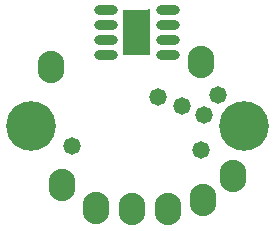
<source format=gbs>
G04 Layer_Color=16711935*
%FSLAX25Y25*%
%MOIN*%
G70*
G01*
G75*
%ADD18C,0.06000*%
%ADD24O,0.07887X0.03162*%
%ADD28O,0.08800X0.10800*%
%ADD29C,0.16548*%
%ADD30C,0.05800*%
G36*
X51500Y86000D02*
Y71000D01*
X42500D01*
Y86000D01*
X50500D01*
X51000Y86500D01*
X51500Y86000D01*
D02*
G37*
D18*
X47000Y81500D02*
D03*
Y74500D02*
D03*
D24*
X57236Y86000D02*
D03*
Y81000D02*
D03*
Y76000D02*
D03*
Y71000D02*
D03*
X36764Y86000D02*
D03*
Y81000D02*
D03*
Y76000D02*
D03*
Y71000D02*
D03*
D28*
X33500Y20000D02*
D03*
X69000Y22500D02*
D03*
X45500Y19500D02*
D03*
X57500D02*
D03*
X68500Y68500D02*
D03*
X79000Y30500D02*
D03*
X22000Y27500D02*
D03*
X18500Y67000D02*
D03*
D29*
X82677Y47244D02*
D03*
X11811D02*
D03*
D30*
X68500Y39343D02*
D03*
X25500Y40500D02*
D03*
X74000Y57500D02*
D03*
X54000Y57000D02*
D03*
X62000Y54000D02*
D03*
X69500Y51000D02*
D03*
M02*

</source>
